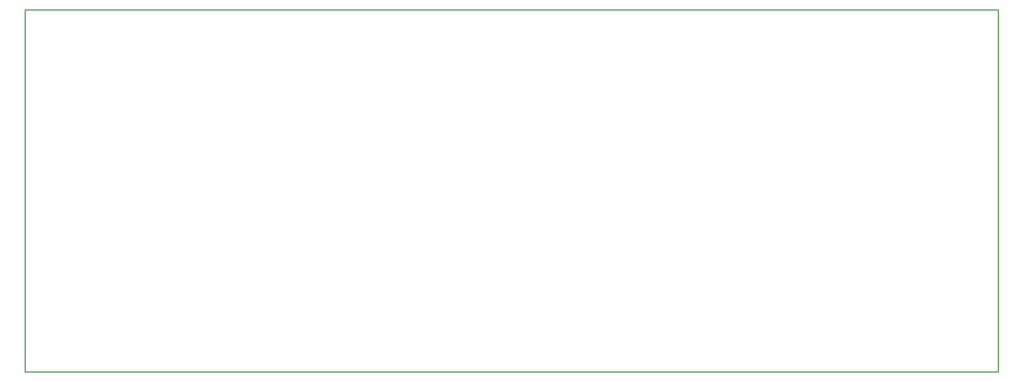
<source format=gm1>
G04 #@! TF.GenerationSoftware,KiCad,Pcbnew,(5.0.2)-1*
G04 #@! TF.CreationDate,2019-03-20T17:04:55-04:00*
G04 #@! TF.ProjectId,FSAE Main Panel,46534145-204d-4616-996e-2050616e656c,rev?*
G04 #@! TF.SameCoordinates,Original*
G04 #@! TF.FileFunction,Profile,NP*
%FSLAX46Y46*%
G04 Gerber Fmt 4.6, Leading zero omitted, Abs format (unit mm)*
G04 Created by KiCad (PCBNEW (5.0.2)-1) date 3/20/2019 5:04:55 PM*
%MOMM*%
%LPD*%
G01*
G04 APERTURE LIST*
%ADD10C,0.200000*%
G04 APERTURE END LIST*
D10*
X84000000Y-88500000D02*
X84000000Y-30000000D01*
X241000000Y-88500000D02*
X84000000Y-88500000D01*
X241000000Y-30000000D02*
X241000000Y-88500000D01*
X84000000Y-30000000D02*
X241000000Y-30000000D01*
M02*

</source>
